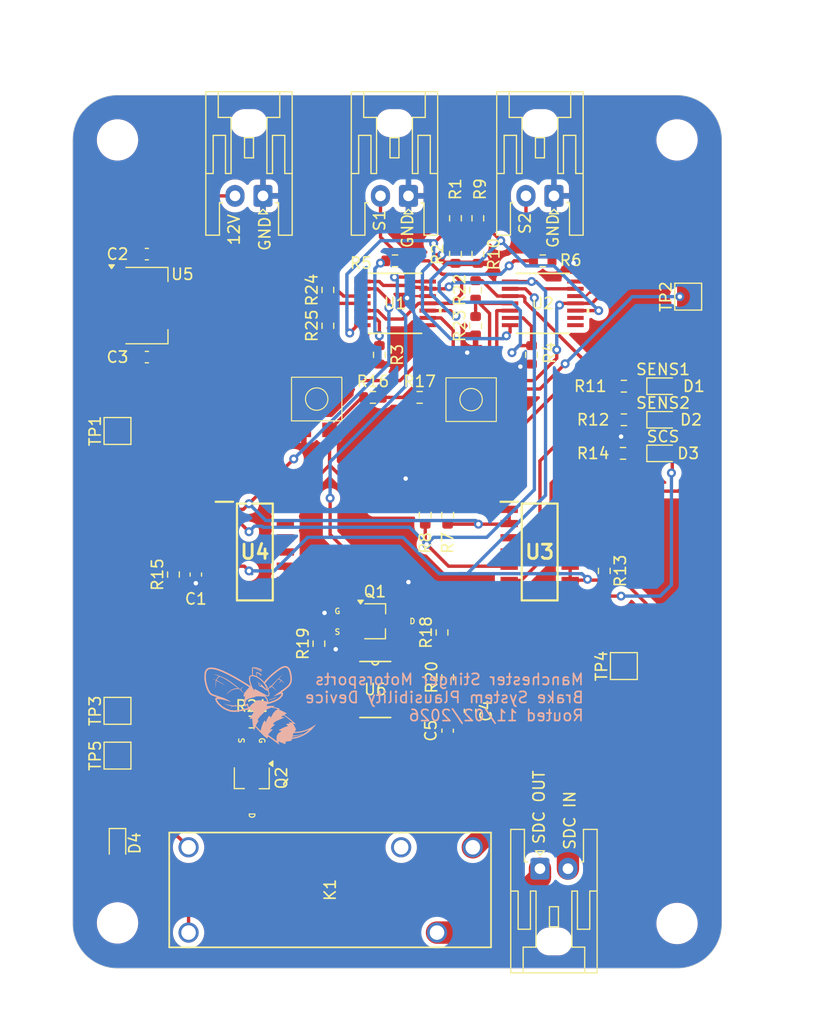
<source format=kicad_pcb>
(kicad_pcb (version 20241229) (generator "pcbnew") (generator_version "9.0")
  (layers (0 "F.Cu" signal) (2 "B.Cu" signal) (13 "F.Paste" user) (15 "B.Paste" user) (5 "F.SilkS" user "F.Silkscreen") (7 "B.SilkS" user "B.Silkscreen") (1 "F.Mask" user) (3 "B.Mask" user) (25 "Edge.Cuts" user))
  (net 0 "")
  (net 1 "GND")
  (net 2 "Net-(U1D--)")
  (net 3 "+12V")
  (net 4 "+5V")
  (net 5 "Net-(Q1-D)")
  (net 6 "Net-(U6-CV)")
  (net 7 "Net-(D1-K)")
  (net 8 "Net-(D2-K)")
  (net 9 "Net-(D3-A)")
  (net 10 "Net-(D3-K)")
  (net 11 "Net-(D4-A)")
  (net 12 "SENS_1")
  (net 13 "SENS_2")
  (net 14 "RELAY_IN")
  (net 15 "RELAY_OUT")
  (net 16 "Net-(Q1-S)")
  (net 17 "Net-(Q1-G)")
  (net 18 "Net-(Q2-G)")
  (net 19 "2.27V_REF")
  (net 20 "Net-(U1B--)")
  (net 21 "Net-(U2B--)")
  (net 22 "Net-(R7-Pad2)")
  (net 23 "Net-(R8-Pad2)")
  (net 24 "0.45V_REF")
  (net 25 "Net-(R11-Pad1)")
  (net 26 "Net-(R12-Pad1)")
  (net 27 "Net-(R13-Pad2)")
  (net 28 "Net-(R15-Pad1)")
  (net 29 "Net-(U1D-+)")
  (net 30 "Net-(R21-Pad1)")
  (net 31 "Net-(U2A--)")
  (net 32 "Net-(U1A--)")
  (net 33 "Net-(U4-Pad3)")
  (net 34 "Net-(U6-Q)")
  (footprint "Resistor_SMD:R_0603_1608Metric" (layer "F.Cu") (at 127 67.4 90)
    (property "Reference" "R22")
    (property "Value" "DNF")
  )
  (footprint "TestPoint:TestPoint_Pad_2.0x2.0mm" (layer "F.Cu") (at 146 68 90)
    (property "Reference" "TP2")
    (property "Value" "Threshold_2_TP")
  )
  (footprint "CustomFootprints:D8" (layer "F.Cu") (at 118.0362 103.095)
    (property "Reference" "U6")
    (property "Value" "SE555DR")
  )
  (footprint "LED_SMD:LED_0603_1608Metric" (layer "F.Cu") (at 143.7875 76)
    (property "Reference" "D1" (hide yes))
    (property "Value" "LED")
  )
  (footprint "LED_SMD:LED_0603_1608Metric" (layer "F.Cu") (at 143.7875 79)
    (property "Reference" "D2" (hide yes))
    (property "Value" "LED")
  )
  (footprint "TestPoint:TestPoint_Pad_2.0x2.0mm" (layer "F.Cu") (at 95 109 90)
    (property "Reference" "TP5")
    (property "Value" "Relay_Signal_TP")
  )
  (footprint "Resistor_SMD:R_0603_1608Metric" (layer "F.Cu") (at 107 106)
    (property "Reference" "R21")
    (property "Value" "4k7")
  )
  (footprint "CustomFootprints:jamesp-F.Cu" (layer "F.Cu") (at 132.75 104.75)
    (property "Reference" "REF**" (hide yes))
    (property "Value" "jamesp-F.Cu")
  )
  (footprint "Custom_MSM:MOSFET_Single_SOT-23" (layer "F.Cu") (at 118 97)
    (property "Reference" "Q1")
    (property "Value" "BSS205N")
  )
  (footprint "Diode_SMD:D_0603_1608Metric" (layer "F.Cu") (at 95 117 -90)
    (property "Reference" "D4")
    (property "Value" "1N4148")
  )
  (footprint "Resistor_SMD:R_0603_1608Metric" (layer "F.Cu") (at 133 64.8)
    (property "Reference" "R6")
    (property "Value" "100k")
  )
  (footprint "Connector_JST:JST_XA_S02B-XASK-1_1x02_P2.50mm_Horizontal" (layer "F.Cu") (at 132.75 119.1)
    (property "Reference" "J4" (hide yes))
    (property "Value" "Relay Output")
  )
  (footprint "CustomFootprints:RELAY_G6RN-1_OMR" (layer "F.Cu") (at 126.649997 117.19 90)
    (property "Reference" "K1")
    (property "Value" "Relay_SPST-NO")
  )
  (footprint "Custom_MSM:Regulator_Linear_SOT-223-4" (layer "F.Cu") (at 97.6 68.8)
    (property "Reference" "U5")
    (property "Value" "BD450")
  )
  (footprint "Custom_MSM:Bourns_3314G-1" (layer "F.Cu") (at 126.6 74.45 180)
    (property "Reference" "RV2" (hide yes))
    (property "Value" "Sensor 2 Trimmer")
  )
  (footprint "Resistor_SMD:R_0603_1608Metric" (layer "F.Cu") (at 113.8 70.6 90)
    (property "Reference" "R25")
    (property "Value" "DNF")
  )
  (footprint "Resistor_SMD:R_0603_1608Metric" (layer "F.Cu") (at 124 98 90)
    (property "Reference" "R18")
    (property "Value" "10k")
  )
  (footprint "Connector_JST:JST_XA_S02B-XASK-1_1x02_P2.50mm_Horizontal" (layer "F.Cu") (at 108 59 180)
    (property "Reference" "J1" (hide yes))
    (property "Value" "12V Supply")
  )
  (footprint "Connector_JST:JST_XA_S02B-XASK-1_1x02_P2.50mm_Horizontal" (layer "F.Cu") (at 134 59 180)
    (property "Reference" "J3" (hide yes))
    (property "Value" "Sensors")
  )
  (footprint "Resistor_SMD:R_0603_1608Metric" (layer "F.Cu") (at 127.2 64.2 -90)
    (property "Reference" "R10")
    (property "Value" "10k")
  )
  (footprint "Resistor_SMD:R_0603_1608Metric" (layer "F.Cu") (at 118.4 73.2 90)
    (property "Reference" "R3")
    (property "Value" "100k")
  )
  (footprint "Resistor_SMD:R_0603_1608Metric" (layer "F.Cu") (at 122 77)
    (property "Reference" "R17")
    (property "Value" "100k")
  )
  (footprint "Resistor_SMD:R_0603_1608Metric" (layer "F.Cu") (at 140.25 76)
    (property "Reference" "R11")
    (property "Value" "4k7")
  )
  (footprint "Capacitor_SMD:C_0603_1608Metric" (layer "F.Cu") (at 97.625 73.4)
    (property "Reference" "C3")
    (property "Value" "10u")
  )
  (footprint "Resistor_SMD:R_0603_1608Metric" (layer "F.Cu") (at 119.8 64.8)
    (property "Reference" "R5")
    (property "Value" "100k")
  )
  (footprint "TestPoint:TestPoint_Pad_2.0x2.0mm" (layer "F.Cu") (at 95 80 90)
    (property "Reference" "TP1")
    (property "Value" "Threshold_1_TP")
  )
  (footprint "Resistor_SMD:R_0603_1608Metric" (layer "F.Cu") (at 127 70.6 90)
    (property "Reference" "R23")
    (property "Value" "DNF")
  )
  (footprint "Resistor_SMD:R_0603_1608Metric" (layer "F.Cu") (at 124.5 87.5 -90)
    (property "Reference" "R7")
    (property "Value" "10k")
  )
  (footprint "Capacitor_SMD:C_0603_1608Metric" (layer "F.Cu") (at 126.5 105 -90)
    (property "Reference" "C4")
    (property "Value" "10u")
  )
  (footprint "Resistor_SMD:R_0603_1608Metric" (layer "F.Cu") (at 132 73.2 90)
    (property "Reference" "R4")
    (property "Value" "100k")
  )
  (footprint "Capacitor_SMD:C_0603_1608Metric" (layer "F.Cu") (at 97.625 64.2)
    (property "Reference" "C2")
    (property "Value" "0.22u")
  )
  (footprint "Resistor_SMD:R_0603_1608Metric" (layer "F.Cu") (at 113 99 90)
    (property "Reference" "R19")
    (property "Value" "1k")
  )
  (footprint "Resistor_SMD:R_0603_1608Metric" (layer "F.Cu") (at 125.2 61 -90)
    (property "Reference" "R1")
    (property "Value" "47k")
  )
  (footprint "Capacitor_SMD:C_0603_1608Metric" (layer "F.Cu") (at 124.5 106.775 -90)
    (property "Reference" "C5")
    (property "Value" "100n")
  )
  (footprint "CustomFootprints:PW14_TEX" (layer "F.Cu") (at 133 68.6)
    (property "Reference" "U2")
    (property "Value" "TLV1704")
  )
  (footprint "Resistor_SMD:R_0603_1608Metric" (layer "F.Cu") (at 140.175 82)
    (property "Reference" "R14")
    (property "Value" "4k7")
  )
  (footprint "Resistor_SMD:R_0603_1608Metric" (layer "F.Cu") (at 127.2 61 -90)
    (property "Reference" "R9")
    (property "Value" "100k")
  )
  (footprint "Custom_MSM:Bourns_3314G-1" (layer "F.Cu") (at 112.8 74.4 180)
    (property "Reference" "RV1" (hide yes))
    (property "Value" "Sensor 1 Trimmer")
  )
  (footprint "TestPoint:TestPoint_Pad_2.0x2.0mm" (layer "F.Cu") (at 140.25 101 90)
    (property "Reference" "TP4")
    (property "Value" "500ms_Out_TP")
  )
  (footprint "Connector_JST:JST_XA_S02B-XASK-1_1x02_P2.50mm_Horizontal" (layer "F.Cu") (at 121 59 180)
    (property "Reference" "J2" (hide yes))
    (property "Value" "Sensors")
  )
  (footprint "Resistor_SMD:R_0603_1608Metric" (layer "F.Cu") (at 113.8 67.4 90)
    (property "Reference" "R24")
    (property "Value" "DNF")
  )
  (footprint "Custom_MSM:Board_Small_Outer-Mounting" (layer "F.Cu") (at 120 89 90)
    (property "Reference" "REF**" (hide yes))
    (property "Value" "Board_Small_Outer-Mounting" (hide yes))
    (fp_line (start -35 -29) (end 35 -29) (stroke (width 0.05)) (layer "Edge.Cuts"))
    (fp_line (start 39 -25) (end 39 25) (stroke (width 0.05)) (layer "Edge.Cuts"))
    (fp_line (start -39 25) (end -39 -25) (stroke (width 0.05)) (layer "Edge.Cuts"))
    (fp_line (start 35 29) (end -35 29) (stroke (width 0.05)) (layer "Edge.Cuts"))
    (fp_arc (start 35 -29) (mid 37.828427 -27.828427) (end 39 -25) (stroke (width 0.05)) (layer "Edge.Cuts"))
    (fp_arc (start -39 -25) (mid -37.828427 -27.828427) (end -35 -29) (stroke (width 0.05)) (layer "Edge.Cuts"))
    (fp_arc (start 39 25) (mid 37.828427 27.828427) (end 35 29) (stroke (width 0.05)) (layer "Edge.Cuts"))
    (fp_arc (start -35 29) (mid -37.828427 27.828427) (end -39 25) (stroke (width 0.05)) (layer "Edge.Cuts"))
  )
  (footprint "Resistor_SMD:R_0603_1608Metric" (layer "F.Cu") (at 138.5 92.5 -90)
    (property "Reference" "R13")
    (property "Value" "10k")
  )
  (footprint "Resistor_SMD:R_0603_1608Metric" (layer "F.Cu") (at 125.2 64.2 -90)
    (property "Reference" "R2")
    (property "Value" "39k")
  )
  (footprint "LED_SMD:LED_0603_1608Metric" (layer "F.Cu") (at 143.7875 82)
    (property "Reference" "D3" (hide yes))
    (property "Value" "LED")
  )
  (footprint "Resistor_SMD:R_0603_1608Metric" (layer "F.Cu") (at 140.25 79)
    (property "Reference" "R12")
    (property "Value" "4k7")
  )
  (footprint "CustomFootprints:PW14_TEX" (layer "F.Cu") (at 119.8 68.6)
    (property "Reference" "U1")
    (property "Value" "TLV1704")
  )
  (footprint "Capacitor_SMD:C_0603_1608Metric" (layer "F.Cu") (at 102 92.825 -90)
    (property "Reference" "C1")
    (property "Value" "1u")
  )
  (footprint "Resistor_SMD:R_0603_1608Metric" (layer "F.Cu") (at 117.825 77)
    (property "Reference" "R16")
    (property "Value" "43k")
  )
  (footprint "customFootprints:SOIC127P600X175-14N" (layer "F.Cu") (at 132.725 90.81)
    (property "Reference" "U3")
    (property "Value" "CD4093BM96" (hide yes))
  )
  (footprint "Resistor_SMD:R_0603_1608Metric" (layer "F.Cu") (at 122.5 87.5 -90)
    (property "Reference" "R8")
    (property "Value" "10k")
  )
  (footprint "Resistor_SMD:R_0603_1608Metric" (layer "F.Cu") (at 124.5 102 90)
    (property "Reference" "R20")
    (property "Value" "1M")
  )
  (footprint "customFootprints:SOIC127P600X175-14N" (layer "F.Cu") (at 107.275 90.81)
    (property "Reference" "U4")
    (property "Value" "CD4093BM96" (hide yes))
  )
  (footprint "TestPoint:TestPoint_Pad_2.0x2.0mm" (layer "F.Cu") (at 95 105 90)
    (property "Reference" "TP3")
    (property "Value" "Logic_Output_TP")
  )
  (footprint "Custom_MSM:MOSFET_Single_SOT-23" (layer "F.Cu") (at 107 111 -90)
    (property "Reference" "Q2")
    (property "Value" "BSS205N")
  )
  (footprint "Resistor_SMD:R_0603_1608Metric" (layer "F.Cu") (at 100 92.825 90)
    (property "Reference" "R15")
    (property "Value" "430k")
  )
  (footprint "Custom_MSM:Decorative_Stinger" (layer "B.Cu") (at 107.75 104.5 180)
    (property "Reference" "G***" (hide yes))
    (property "Value" "LOGO" (hide yes))
  )
  (gr_text "GND" (at 121.5 63.75 90) (layer "F.SilkS") (effects (font (size 1 1)) (justify left bottom)))
  (gr_text "SENS1" (at 143.75 74.5 0) (layer "F.SilkS") (effects (font (size 1 1))))
  (gr_text "D3" (at 146 82 0) (layer "F.SilkS") (effects (font (size 1 1))))
  (gr_text "S1" (at 119 62.25 90) (layer "F.SilkS") (effects (font (size 1 1)) (justify left bottom)))
  (gr_text "SENS2" (at 143.75 77.5 0) (layer "F.SilkS") (effects (font (size 1 1))))
  (gr_text "D1" (at 146.5 76 0) (layer "F.SilkS") (effects (font (size 1 1))))
  (gr_text "GND" (at 134.5 63.75 90) (layer "F.SilkS") (effects (font (size 1 1)) (justify left bottom)))
  (gr_text "D2" (at 146.25 79 0) (layer "F.SilkS") (effects (font (size 1 1))))
  (gr_text "GND" (at 108.75 64 90) (layer "F.SilkS") (effects (font (size 1 1)) (justify left bottom)))
  (gr_text "S2" (at 132 62.51 90) (layer "F.SilkS") (effects (font (size 1 1)) (justify left bottom)))
  (gr_text "SCS" (at 143.75 80.5 0) (layer "F.SilkS") (effects (font (size 1 1))))
  (gr_text "SDC OUT" (at 133.25 117 90) (layer "F.SilkS") (effects (font (size 1 1)) (justify left bottom)))
  (gr_text "SDC IN" (at 136 117.5 90) (layer "F.SilkS") (effects (font (size 1 1)) (justify left bottom)))
  (gr_text "12V" (at 106 63.5 90) (layer "F.SilkS") (effects (font (size 1 1)) (justify left bottom)))
  (gr_text "Manchester Stinger Motorsports \nBrake System Plausibility Device\nRouted 11/02/2026" (at 136.75 106 0) (layer "B.SilkS") (effects (font (size 1 1)) (justify left bottom mirror)))
  (segment (start 137.5 67) (end 137.5 66.75) (width 0.2) (layer "F.Cu") (net 1))
  (segment (start 137.5 66.75) (end 135.75 65) (width 0.2) (layer "F.Cu") (net 1))
  (segment (start 120.875 68.125) (end 120.75 68.25) (width 0.2) (layer "F.Cu") (net 1))
  (segment (start 135.921 67.950001) (end 136.8576 67.950001) (width 0.2) (layer "F.Cu") (net 1))
  (segment (start 122.721 67.950001) (end 121.049999 67.950001) (width 0.2) (layer "F.Cu") (net 1))
  (segment (start 137.5 67.307601) (end 137.5 67) (width 0.2) (layer "F.Cu") (net 1))
  (segment (start 136.8576 67.950001) (end 137.5 67.307601) (width 0.2) (layer "F.Cu") (net 1))
  (segment (start 121.049999 67.950001) (end 120.875 68.125) (width 0.2) (layer "F.Cu") (net 1))
  (via (at 131 74.25) (size 0.8) (drill 0.4) (layers "F.Cu" "B.Cu") (net 1))
  (via (at 121 93.5) (size 0.8) (drill 0.4) (layers "F.Cu" "B.Cu") (net 1))
  (via (at 124 64.25) (size 0.8) (drill 0.4) (layers "F.Cu" "B.Cu") (net 1))
  (via (at 120.875 68.125) (size 0.8) (drill 0.4) (layers "F.Cu" "B.Cu") (net 1))
  (via (at 102 93.6) (size 0.8) (drill 0.4) (layers "F.Cu" "B.Cu") (net 1))
  (via (at 140 80.5) (size 0.8) (drill 0.4) (layers "F.Cu" "B.Cu") (net 1))
  (via (at 126.25 73) (size 0.8) (drill 0.4) (layers "F.Cu" "B.Cu") (net 1))
  (via (at 135.75 65) (size 0.8) (drill 0.4) (layers "F.Cu" "B.Cu") (net 1))
  (via (at 114.5 99.5) (size 0.8) (drill 0.4) (layers "F.Cu" "B.Cu") (net 1))
  (via (at 120.75 84.25) (size 0.8) (drill 0.4) (layers "F.Cu" "B.Cu") (net 1))
  (via (at 113.5 96.25) (size 0.8) (drill 0.4) (layers "F.Cu" "B.Cu") (net 1))
  (segment (start 102 92.05) (end 100.05 92.05) (width 0.3) (layer "F.Cu") (net 2))
  (segment (start 120.25 75.5) (end 122.721 73.029) (width 0.3) (layer "F.Cu") (net 2))
  (segment (start 100 88.75) (end 111.75 77) (width 0.3) (layer "F.Cu") (net 2))
  (segment (start 114 77) (end 115.5 75.5) (width 0.3) (layer "F.Cu") (net 2))
  (segment (start 122.721 73.029) (end 122.721 70.550001) (width 0.3) (layer "F.Cu") (net 2))
  (segment (start 111.75 77) (end 114 77) (width 0.3) (layer "F.Cu") (net 2))
  (segment (start 115.5 75.5) (end 120.25 75.5) (width 0.3) (layer "F.Cu") (net 2))
  (segment (start 100 92) (end 100 88.75) (width 0.3) (layer "F.Cu") (net 2))
  (segment (start 100.05 92.05) (end 100 92) (width 0.3) (layer "F.Cu") (net 2))
  (segment (start 94.45 63.8) (end 94.45 66.5) (width 0.3) (layer "F.Cu") (net 3))
  (segment (start 94.45 66.5) (end 94.45 68.8) (width 0.3) (layer "F.Cu") (net 3))
  (segment (start 94.2125 116.2125) (end 92 114) (width 0.3) (layer "F.Cu") (net 3))
  (segment (start 100.372503 116.2125) (end 101.350003 117.19) (width 0.3) (layer "F.Cu") (net 3))
  (segment (start 92 114) (end 92 71.25) (width 0.3) (layer "F.Cu") (net 3))
  (segment (start 105.5 59) (end 99.25 59) (width 0.3) (layer "F.Cu") (net 3))
  (segment (start 96.75 64.2) (end 94.45 66.5) (width 0.3) (layer "F.Cu") (net 3))
  (segment (start 96.85 64.2) (end 96.75 64.2) (width 0.3) (layer "F.Cu") (net 3))
  (segment (start 92 71.25) (end 94.45 68.8) (width 0.3) (layer "F.Cu") (net 3))
  (segment (start 95 116.2125) (end 100.372503 116.2125) (width 0.3) (layer "F.Cu") (net 3))
  (segment (start 95 116.2125) (end 94.2125 116.2125) (width 0.3) (layer "F.Cu") (net 3))
  (segment (start 99.25 59) (end 94.45 63.8) (width 0.3) (layer "F.Cu") (net 3))
  (segment (start 131.399 68.455991) (end 131.399 68.1036) (width 0.3) (layer "F.Cu") (net 4))
  (segment (start 116.879 67.950001) (end 115.200001 67.950001) (width 0.3) (layer "F.Cu") (net 4))
  (segment (start 138.5 88.975) (end 136.525 87) (width 0.3) (layer "F.Cu") (net 4))
  (segment (start 115.200001 67.950001) (end 115 67.75) (width 0.3) (layer "F.Cu") (net 4))
  (segment (start 130.079 67.950001) (end 128.950001 67.950001) (width 0.3) (layer "F.Cu") (net 4))
  (segment (start 118 103.75) (end 118 102.5) (width 0.3) (layer "F.Cu") (net 4))
  (segment (start 122.175 87) (end 122.5 86.675) (width 0.3) (layer "F.Cu") (net 4))
  (segment (start 132.5 69.5) (end 132.443009 69.5) (width 0.3) (layer "F.Cu") (net 4))
  (segment (start 119.31 101.19) (end 120.5 101.19) (width 0.3) (layer "F.Cu") (net 4))
  (segment (start 124.25 57) (end 116.75 57) (width 0.3) (layer "F.Cu") (net 4))
  (segment (start 96.85 73.85) (end 97.75 74.75) (width 0.3) (layer "F.Cu") (net 4))
  (segment (start 137 74) (end 132.5 69.5) (width 0.3) (layer "F.Cu") (net 4))
  (segment (start 119 109.25) (end 136 109.25) (width 0.3) (layer "F.Cu") (net 4))
  (segment (start 138.5 91.675) (end 138.5 88.975) (width 0.3) (layer "F.Cu") (net 4))
  (segment (start 112.425 66.575) (end 113.8 66.575) (width 0.3) (layer "F.Cu") (net 4))
  (segment (start 145.125 85.375) (end 146.25 84.25) (width 0.3) (layer "F.Cu") (net 4))
  (segment (start 146.25 80.675) (end 144.575 79) (width 0.3) (layer "F.Cu") (net 4))
  (segment (start 113.95 79.9) (end 113.95 83.05) (width 0.3) (layer "F.Cu") (net 4))
  (segment (start 113.95 83.05) (end 117.9 87) (width 0.3) (layer "F.Cu") (net 4))
  (segment (start 144.575 73.425) (end 144.575 76) (width 0.3) (layer "F.Cu") (net 4))
  (segment (start 148 66.25) (end 148 70) (width 0.3) (layer "F.Cu") (net 4))
  (segment (start 96.85 73.4) (end 96.85 73.85) (width 0.3) (layer "F.Cu") (net 4))
  (segment (start 124.5 99.325) (end 124 98.825) (width 0.3) (layer "F.Cu") (net 4))
  (segment (start 143 96.175) (end 138.5 91.675) (width 0.3) (layer "F.Cu") (net 4))
  (segment (start 130.8 79.95) (end 127.75 79.95) (width 0.3) (layer "F.Cu") (net 4))
  (segment (start 97.75 74.75) (end 104.25 74.75) (width 0.3) (layer "F.Cu") (net 4))
  (segment (start 96.85 73.4) (end 96.75 73.4) (width 0.3) (layer "F.Cu") (net 4))
  (segment (start 143 102.25) (end 143 96.175) (width 0.3) (layer "F.Cu") (net 4))
  (segment (start 131.399 68.1036) (end 131.245401 67.950001) (width 0.3) (layer "F.Cu") (net 4))
  (segment (start 137 74.25) (end 136.5 74.25) (width 0.3) (layer "F.Cu") (net 4))
  (segment (start 136.525 87) (end 135.45 87) (width 0.3) (layer "F.Cu") (net 4))
  (segment (start 116.75 57) (end 113.8 59.95) (width 0.3) (layer "F.Cu") (net 4))
  (segment (start 144.575 75.575) (end 143.25 74.25) (width 0.3) (layer "F.Cu") (net 4))
  (segment (start 127.2 60.05) (end 130.25 57) (width 0.3) (layer "F.Cu") (net 4))
  (segment (start 131.245401 67.950001) (end 130.079 67.950001) (width 0.3) (layer "F.Cu") (net 4))
  (segment (start 137 74.25) (end 137 74) (width 0.3) (layer "F.Cu") (net 4))
  (segment (start 124.5 101.175) (end 120.515 101.175) (width 0.3) (layer "F.Cu") (net 4))
  (segment (start 128.950001 67.950001) (end 127.575 66.575) (width 0.3) (layer "F.Cu") (net 4))
  (segment (start 148 70) (end 144.575 73.425) (width 0.3) (layer "F.Cu") (net 4))
  (segment (start 132.443009 69.5) (end 131.399 68.455991) (width 0.3) (layer "F.Cu") (net 4))
  (segment (start 114.975 67.75) (end 113.8 66.575) (width 0.3) (layer "F.Cu") (net 4))
  (segment (start 104.25 74.75) (end 112.425 66.575) (width 0.3) (layer "F.Cu") (net 4))
  (segment (start 113.8 59.95) (end 113.8 66.575) (width 0.3) (layer "F.Cu") (net 4))
  (segment (start 146.25 84.25) (end 146.25 80.675) (width 0.3) (layer "F.Cu") (net 4))
  (segment (start 117.9 87) (end 122.175 87) (width 0.3) (layer "F.Cu") (net 4))
  (segment (start 127.75 84.5) (end 125.575 86.675) (width 0.3) (layer "F.Cu") (net 4))
  (segment (start 120.515 101.175) (end 120.5 101.19) (width 0.3) (layer "F.Cu") (net 4))
  (segment (start 124.5 101.175) (end 124.5 99.325) (width 0.3) (layer "F.Cu") (net 4))
  (segment (start 96.75 73.4) (end 94.45 71.1) (width 0.3) (layer "F.Cu") (net 4))
  (segment (start 113.95 79.9) (end 116.85 77) (width 0.3) (layer "F.Cu") (net 4))
  (segment (start 127.575 66.575) (end 127 66.575) (width 0.3) (layer "F.Cu") (net 4))
  (segment (start 115.5724 105) (end 115.5724 105.8224) (width 0.3) (layer "F.Cu") (net 4))
  (segment (start 127.2 59.95) (end 124.25 57) (width 0.3) (layer "F.Cu") (net 4))
  (segment (start 115.5724 105) (end 116.75 105) (width 0.3) (layer "F.Cu") (net 4))
  (segment (start 125.575 86.675) (end 122.5 86.675) (width 0.3) (layer "F.Cu") (net 4))
  (segment (start 135.45 87) (end 141.75 87) (width 0.3) (layer "F.Cu") (net 4))
  (segment (start 127.2 60.175) (end 127.2 59.95) (width 0.3) (layer "F.Cu") (net 4))
  (segment (start 125.2 60.175) (end 127.2 60.175) (width 0.3) (layer "F.Cu") (net 4))
  (segment (start 116.75 105) (end 118 103.75) (width 0.3) (layer "F.Cu") (net 4))
  (segment (start 138.75 57) (end 148 66.25) (width 0.3) (layer "F.Cu") (net 4))
  (segment (start 143.375 85.375) (end 145.125 85.375) (width 0.3) (layer "F.Cu") (net 4))
  (segment (start 127.2 60.175) (end 127.2 60.05) (width 0.3) (layer "F.Cu") (net 4))
  (segment (start 144.575 76) (end 144.575 79) (width 0.3) (layer "F.Cu") (net 4))
  (segment (start 113.95 83.05) (end 110 87) (width 0.3) (layer "F.Cu") (net 4))
  (segment (start 144.575 76) (end 144.575 75.575) (width 0.3) (layer "F.Cu") (net 4))
  (segment (start 143.25 74.25) (end 137 74.25) (width 0.3) (layer "F.Cu") (net 4))
  (segment (start 141.75 87) (end 143.375 85.375) (width 0.3) (layer "F.Cu") (net 4))
  (segment (start 136.5 74.25) (end 130.8 79.95) (width 0.3) (layer "F.Cu") (net 4))
  (segment (start 116.85 77) (end 117 77) (width 0.3) (layer "F.Cu") (net 4))
  (segment (start 136 109.25) (end 143 102.25) (width 0.3) (layer "F.Cu") (net 4))
  (segment (start 118 102.5) (end 119.31 101.19) (width 0.3) (layer "F.Cu") (net 4))
  (segment (start 115.5724 105.8224) (end 119 109.25) (width 0.3) (layer "F.Cu") (net 4))
  (segment (start 115 67.75) (end 114.975 67.75) (width 0.3) (layer "F.Cu") (net 4))
  (segment (start 130.25 57) (end 138.75 57) (width 0.3) (layer "F.Cu") (net 4))
  (segment (start 127.75 79.95) (end 127.75 84.5) (width 0.3) (layer "F.Cu") (net 4))
  (segment (start 120.75 97) (end 122 95.75) (width 0.3) (layer "F.Cu") (net 5))
  (segment (start 122 95.75) (end 125.5 95.75) (width 0.3) (layer "F.Cu") (net 5))
  (segment (start 126.5 104.225) (end 125.9 104.225) (width 0.3) (layer "F.Cu") (net 5))
  (segment (start 125.5 95.75) (end 126.5 96.75) (width 0.3) (layer "F.Cu") (net 5))
  (segment (start 120.5 103.73) (end 120.5 102.46) (width 0.3) (layer "F.Cu") (net 5))
  (segment (start 125.9 104.225) (end 124.5 102.825) (width 0.3) (layer "F.Cu") (net 5))
  (segment (start 119.71 97) (end 120.75 97) (width 0.3) (layer "F.Cu") (net 5))
  (segment (start 124.135 102.46) (end 124.5 102.825) (width 0.3) (layer "F.Cu") (net 5))
  (segment (start 120.5 102.46) (end 124.135 102.46) (width 0.3) (layer "F.Cu") (net 5))
  (segment (start 126.5 96.75) (end 126.5 104.225) (width 0.3) (layer "F.Cu") (net 5))
  (segment (start 124.5 106) (end 121.5 106) (width 0.3) (layer "F.Cu") (net 6))
  (segment (start 121.5 106) (end 120.5 105) (width 0.3) (layer "F.Cu") (net 6))
  (segment (start 141.075 76) (end 143 76) (width 0.3) (layer "F.Cu") (net 7))
  (segment (start 141.075 79) (end 143 79) (width 0.3) (layer "F.Cu") (net 8))
  (segment (start 135.58 94.75) (end 135.45 94.62) (width 0.3) (layer "F.Cu") (net 9))
  (segment (start 144.575 82) (end 144.575 83.675) (width 0.3) (layer "F.Cu") (net 9))
  (segment (start 140 94.75) (end 135.58 94.75) (width 0.3) (layer "F.Cu") (net 9))
  (segment (start 144.575 83.675) (end 144.5 83.75) (width 0.3) (layer "F.Cu") (net 9))
  (via (at 140 94.75) (size 0.8) (drill 0.4) (layers "F.Cu" "B.Cu") (net 9))
  (via (at 144.5 83.75) (size 0.8) (drill 0.4) (layers "F.Cu" "B.Cu") (net 9))
  (segment (start 144.5 83.75) (end 144.5 93.75) (width 0.3) (layer "B.Cu") (net 9))
  (segment (start 144.5 93.75) (end 143.5 94.75) (width 0.3) (layer "B.Cu") (net 9))
  (segment (start 143.5 94.75) (end 140 94.75) (width 0.3) (layer "B.Cu") (net 9))
  (segment (start 141 82) (end 143 82) (width 0.3) (layer "F.Cu") (net 10))
  (segment (start 96.7875 117.7875) (end 95 117.7875) (width 0.3) (layer "F.Cu") (net 11))
  (segment (start 101.350003 122.350003) (end 96.7875 117.7875) (width 0.3) (layer "F.Cu") (net 11))
  (segment (start 107 116.700006) (end 101.350003 122.350003) (width 0.3) (layer "F.Cu") (net 11))
  (segment (start 107 112.71) (end 107 116.700006) (width 0.3) (layer "F.Cu") (net 11))
  (segment (start 101.350003 124.81) (end 101.350003 122.350003) (width 0.3) (layer "F.Cu") (net 11))
  (segment (start 124.9 68.6) (end 125.75 67.75) (width 0.3) (layer "F.Cu") (net 12))
  (segment (start 118.249999 69.249999) (end 119 70) (width 0.3) (layer "F.Cu") (net 12))
  (segment (start 121.9 68.6) (end 122.721 68.6) (width 0.3) (layer "F.Cu") (net 12))
  (segment (start 122.8 64.8) (end 120.625 64.8) (width 0.3) (layer "F.Cu") (net 12))
  (segment (start 119 70) (end 120.5 70) (width 0.3) (layer "F.Cu") (net 12))
  (segment (start 120.5 70) (end 121.9 68.6) (width 0.3) (layer "F.Cu") (net 12))
  (segment (start 118.5 59) (end 118.5 62.675) (width 0.3) (layer "F.Cu") (net 12))
  (segment (start 124 66) (end 122.8 64.8) (width 0.3) (layer "F.Cu") (net 12))
  (segment (start 122.721 68.6) (end 124.9 68.6) (width 0.3) (layer "F.Cu") (net 12))
  (segment (start 125.75 67.75) (end 125.75 66.75) (width 0.3) (layer "F.Cu") (net 12))
  (segment (start 125.75 66.75) (end 125 66) (width 0.3) (layer "F.Cu") (net 12))
  (segment (start 116.879 69.249999) (end 118.249999 69.249999) (width 0.3) (layer "F.Cu") (net 12))
  (segment (start 118.5 62.675) (end 120.625 64.8) (width 0.3) (layer "F.Cu") (net 12))
  (segment (start 125 66) (end 124 66) (width 0.3) (layer "F.Cu") (net 12))
  (segment (start 128.912601 69.249999) (end 128.8914 69.2712) (width 0.3) (layer "F.Cu") (net 13))
  (segment (start 137.4 68.6) (end 135.921 68.6) (width 0.3) (layer "F.Cu") (net 13))
  (segment (start 128.8914 69.2712) (end 128.8914 73.6414) (width 0.3) (layer "F.Cu") (net 13))
  (segment (start 131.5 61) (end 133.825 63.325) (width 0.3) (layer "F.Cu") (net 13))
  (segment (start 133.25 74.5) (end 134.25 73.5) (width 0.3) (layer "F.Cu") (net 13))
  (segment (start 133.825 63.325) (end 135.575 63.325) (width 0.3) (layer "F.Cu") (net 13))
  (segment (start 135.575 63.325) (end 138.25 66) (width 0.3) (layer "F.Cu") (net 13))
  (segment (start 130.079 69.249999) (end 128.912601 69.249999) (width 0.3) (layer "F.Cu") (net 13))
  (segment (start 131.5 59) (end 131.5 61) (width 0.3) (layer "F.Cu") (net 13))
  (segment (start 132.25 75.5) (end 133.25 74.5) (width 0.3) (layer "F.Cu") (net 13))
  (segment (start 134.65 68.6) (end 134.5 68.75) (width 0.3) (layer "F.Cu") (net 13))
  (segment (start 135.921 68.6) (end 134.65 68.6) (width 0.3) (layer "F.Cu") (net 13))
  (segment (start 128.8914 73.6414) (end 130.75 75.5) (width 0.3) (layer "F.Cu") (net 13))
  (segment (start 138.25 66) (end 138.25 67.75) (width 0.3) (layer "F.Cu") (net 13))
  (segment (start 138.25 67.75) (end 137.4 68.6) (width 0.3) (layer "F.Cu") (net 13))
  (segment (start 130.75 75.5) (end 132.25 75.5) (width 0.3) (layer "F.Cu") (net 13))
  (segment (start 134.25 73.5) (end 134.25 72.75) (width 0.3) (layer "F.Cu") (net 13))
  (segment (start 133.825 63.325) (end 133.825 64.8) (width 0.3) (layer "F.Cu") (net 13))
  (via (at 134.25 72.75) (size 0.8) (drill 0.4) (layers "F.Cu" "B.Cu") (net 13))
  (via (at 134.5 68.75) (size 0.8) (drill 0.4) (layers "F.Cu" "B.Cu") (net 13))
  (segment (start 134.25 69) (end 134.5 68.75) (width 0.3) (layer "B.Cu") (net 13))
  (segment (start 134.25 72.75) (end 134.25 69) (width 0.3) (layer "B.Cu") (net 13))
  (segment (start 135.25 116.25) (end 135.25 119.1) (width 2) (layer "F.Cu") (net 14))
  (segment (start 126.750005 117.19) (end 129.940005 114) (width 2) (layer "F.Cu") (net 14))
  (segment (start 133 114) (end 135.25 116.25) (width 2) (layer "F.Cu") (net 14))
  (segment (start 129.940005 114) (end 133 114) (width 2) (layer "F.Cu") (net 14))
  (segment (start 132.75 119.1) (end 132.75 119.87) (width 2) (layer "F.Cu") (net 15))
  (segment (start 132.75 119.87) (end 127.81 124.81) (width 2) (layer "F.Cu") (net 15))
  (segment (start 127.81 124.81) (end 123.550004 124.81) (width 2) (layer "F.Cu") (net 15))
  (segment (start 113.225 97.95) (end 113 98.175) (width 0.3) (layer "F.Cu") (net 16))
  (segment (start 116.29 97.95) (end 113.225 97.95) (width 0.3) (layer "F.Cu") (net 16))
  (segment (start 115.5 90.75) (end 114 89.25) (width 0.3) (layer "F.Cu") (net 17))
  (segment (start 132.25 101) (end 140.25 101) (width 0.3) (layer "F.Cu") (net 17))
  (segment (start 121.349999 66.650001) (end 122.721 66.650001) (width 0.3) (layer "F.Cu") (net 17))
  (segment (start 118.75 98.75) (end 118 98) (width 0.3) (layer "F.Cu") (net 17))
  (segment (start 126.25 95) (end 124.75 95) (width 0.3) (layer "F.Cu") (net 17))
  (segment (start 118 98) (end 118 96.75) (width 0.3) (layer "F.Cu") (net 17))
  (segment (start 114 89.25) (end 114 86) (width 0.3) (layer "F.Cu") (net 17))
  (segment (start 115.5724 102.46) (end 116.2836 102.46) (width 0.3) (layer "F.Cu") (net 17))
  (segment (start 124 97.175) (end 122.825 97.175) (width 0.3) (layer "F.Cu") (net 17))
  (segment (start 118 100.7436) (end 118 98) (width 0.3) (layer "F.Cu") (net 17))
  (segment (start 118 96.75) (end 117.3 96.05) (width 0.3) (layer "F.Cu") (net 17))
  (segment (start 117.3 96.05) (end 116.29 96.05) (width 0.3) (layer "F.Cu") (net 17))
  (segment (start 124.75 95) (end 119.75 95) (width 0.3) (layer "F.Cu") (net 17))
  (segment (start 132.25 101) (end 126.25 95) (width 0.3) (layer "F.Cu") (net 17))
  (segment (start 119.75 95) (end 115.5 90.75) (width 0.3) (layer "F.Cu") (net 17))
  (segment (start 122.825 97.175) (end 121.25 98.75) (width 0.3) (layer "F.Cu") (net 17))
  (segment (start 120.949998 66.25) (end 121.349999 66.650001) (width 0.3) (layer "F.Cu") (net 17))
  (segment (start 121.25 98.75) (end 118.75 98.75) (width 0.3) (layer "F.Cu") (net 17))
  (segment (start 119.75 66.25) (end 120.949998 66.25) (width 0.3) (layer "F.Cu") (net 17))
  (segment (start 124.75 95) (end 117.34 95) (width 0.3) (layer "F.Cu") (net 17))
  (segment (start 116.2836 102.46) (end 118 100.7436) (width 0.3) (layer "F.Cu") (net 17))
  (segment (start 117.34 95) (end 116.29 96.05) (width 0.3) (layer "F.Cu") (net 17))
  (via (at 119.75 66.25) (size 0.8) (drill 0.4) (layers "F.Cu" "B.Cu") (net 17))
  (via (at 114 86) (size 0.8) (drill 0.4) (layers "F.Cu" "B.Cu") (net 17))
  (segment (start 120.75 69.75) (end 120.75 76) (width 0.3) (layer "B.Cu") (net 17))
  (segment (start 120 69) (end 120.75 69.75) (width 0.3) (layer "B.Cu") (net 17))
  (segment (start 120 66.5) (end 120 69) (width 0.3) (layer "B.Cu") (net 17))
  (segment (start 114 82.75) (end 114 86) (width 0.3) (layer "B.Cu") (net 17))
  (segment (start 119.75 66.25) (end 120 66.5) (width 0.3) (layer "B.Cu") (net 17))
  (segment (start 120.75 76) (end 114 82.75) (width 0.3) (layer "B.Cu") (net 17))
  (segment (start 107.825 106) (end 107.825 109.165) (width 0.3) (layer "F.Cu") (net 18))
  (segment (start 107.825 109.165) (end 107.95 109.29) (width 0.3) (layer "F.Cu") (net 18))
  (segment (start 116.450001 70.549999) (end 115.75 71.25) (width 0.3) (layer "F.Cu") (net 19))
  (segment (start 116.879 70.549999) (end 116.450001 70.549999) (width 0.3) (layer "F.Cu") (net 19))
  (segment (start 124.675 61.825) (end 123.25 63.25) (width 0.3) (layer "F.Cu") (net 19))
  (segment (start 130.079 71.171) (end 129.75 71.5) (width 0.3) (layer "F.Cu") (net 19))
  (segment (start 125.2 61.825) (end 124.675 61.825) (width 0.3) (layer "F.Cu") (net 19))
  (segment (start 125.2 61.825) (end 125.2 63.375) (width 0.3) (layer "F.Cu") (net 19))
  (segment (start 130.079 70.549999) (end 130.079 71.171) (width 0.3) (layer "F.Cu") (net 19))
  (via (at 115.75 71.25) (size 0.8) (drill 0.4) (layers "F.Cu" "B.Cu") (net 19))
  (via (at 123.25 63.25) (size 0.8) (drill 0.4) (layers "F.Cu" "B.Cu") (net 19))
  (via (at 129.75 71.5) (size 0.8) (drill 0.4) (layers "F.Cu" "B.Cu") (net 19))
  (segment (start 123.25 64.75) (end 122.25 65.75) (width 0.3) (layer "B.Cu") (net 19))
  (segment (start 122.25 65.75) (end 122.25 68.25) (width 0.3) (layer "B.Cu") (net 19))
  (segment (start 123.25 63.25) (end 123 63) (width 0.3) (layer "B.Cu") (net 19))
  (segment (start 129.5 71.75) (end 129.75 71.5) (width 0.3) (layer "B.Cu") (net 19))
  (segment (start 122.25 69.25) (end 123.75 70.75) (width 0.3) (layer "B.Cu") (net 19))
  (segment (start 129 71.75) (end 129.5 71.75) (width 0.3) (layer "B.Cu") (net 19))
  (segment (start 123.75 70.75) (end 124.75 71.75) (width 0.3) (layer "B.Cu") (net 19))
  (segment (start 123.25 63.25) (end 123.25 64.75) (width 0.3) (layer "B.Cu") (net 19))
  (segment (start 122.25 68.25) (end 122.25 69.25) (width 0.3) (layer "B.Cu") (net 19))
  (segment (start 118.5 63) (end 115.5 66) (width 0.3) (layer "B.Cu") (net 19))
  (segment (start 115.5 66) (end 115.5 71) (width 0.3) (layer "B.Cu") (net 19))
  (segment (start 123 63) (end 118.5 63) (width 0.3) (layer "B.Cu") (net 19))
  (segment (start 124.75 71.75) (end 129 71.75) (width 0.3) (layer "B.Cu") (net 19))
  (segment (start 115.5 71) (end 115.75 71.25) (width 0.3) (layer "B.Cu") (net 19))
  (segment (start 118.050058 69.9) (end 118.4 70.249942) (width 0.3) (layer "F.Cu") (net 20))
  (segment (start 116.879 69.9) (end 118.050058 69.9) (width 0.3) (layer "F.Cu") (net 20))
  (segment (start 118.4 70.249942) (end 118.4 71.5) (width 0.3) (layer "F.Cu") (net 20))
  (segment (start 118.4 71.5) (end 118.4 72.375) (width 0.3) (layer "F.Cu") (net 20))
  (via (at 118.4 71.5) (size 0.8) (drill 0.4) (layers "F.Cu" "B.Cu") (net 20))
  (via (at 118.5 65) (size 0.8) (drill 0.4) (layers "F.Cu" "B.Cu") (net 20))
  (segment (start 118 65.5) (end 118.5 65) (width 0.3) (layer "B.Cu") (net 20))
  (segment (start 118.4 71.5) (end 118 71.1) (width 0.3) (layer "B.Cu") (net 20))
  (segment (start 118 71.1) (end 118 65.75) (width 0.3) (layer "B.Cu") (net 20))
  (segment (start 118 65.75) (end 118 65.5) (width 0.3) (layer "B.Cu") (net 20))
  (segment (start 130.45 64.8) (end 130 65.25) (width 0.3) (layer "F.Cu") (net 21))
  (segment (start 132 70.654599) (end 132 72.375) (width 0.3) (layer "F.Cu") (net 21))
  (segment (start 130.079 69.9) (end 131.245401 69.9) (width 0.3) (layer "F.Cu") (net 21))
  (segment (start 132 72.375) (end 130.875 72.375) (width 0.3) (layer "F.Cu") (net 21))
  (segment (start 132.175 64.8) (end 130.45 64.8) (width 0.3) (layer "F.Cu") (net 21))
  (segment (start 130.875 72.375) (end 130.25 73) (width 0.3) (layer "F.Cu") (net 21))
  (segment (start 131.245401 69.9) (end 132 70.654599) (width 0.3) (layer "F.Cu") (net 21))
  (via (at 130 65.25) (size 0.8) (drill 0.4) (layers "F.Cu" "B.Cu") (net 21))
  (via (at 130.25 73) (size 0.8) (drill 0.4) (layers "F.Cu" "B.Cu") (net 21))
  (segment (start 124 67.75) (end 123.75 67.5) (width 0.3) (layer "B.Cu") (net 21))
  (segment (start 131 69.25) (end 130.25 68.5) (width 0.3) (layer "B.Cu") (net 21))
  (segment (start 124.75 68.5) (end 124 67.75) (width 0.3) (layer "B.Cu") (net 21))
  (segment (start 130.25 73) (end 131 72.25) (width 0.3) (layer "B.Cu") (net 21))
  (segment (start 129.25 66) (end 130 65.25) (width 0.3) (layer "B.Cu") (net 21))
  (segment (start 127.25 68.5) (end 124.75 68.5) (width 0.3) (layer "B.Cu") (net 21))
  (segment (start 130.25 68.5) (end 127.25 68.5) (width 0.3) (layer "B.Cu") (net 21))
  (segment (start 123.75 66.75) (end 124.5 66) (width 0.3) (layer "B.Cu") (net 21))
  (segment (start 131 72.25) (end 131 69.25) (width 0.3) (layer "B.Cu") (net 21))
  (segment (start 123.75 67) (end 123.75 66.75) (width 0.3) (layer "B.Cu") (net 21))
  (segment (start 124.5 66) (end 129.25 66) (width 0.3) (layer "B.Cu") (net 21))
  (segment (start 123.75 67.5) (end 123.75 67) (width 0.3) (layer "B.Cu") (net 21))
  (segment (start 106.25 87) (end 106.75 86.5) (width 0.3) (layer "F.Cu") (net 22))
  (segment (start 118.200029 67.299971) (end 118.2 67.3) (width 0.3) (layer "F.Cu") (net 22))
  (segment (start 129.945 88.325) (end 130 88.27) (width 0.3) (layer "F.Cu") (net 22))
  (segment (start 124.5 88.325) (end 127.25 88.325) (width 0.3) (layer "F.Cu") (net 22))
  (segment (start 118.2 67.3) (end 116.879 67.3) (width 0.3) (layer "F.Cu") (net 22))
  (segment (start 119.25 69) (end 119.25 68.349942) (width 0.3) (layer "F.Cu") (net 22))
  (segment (start 106.75 86.5) (end 110.75 82.5) (width 0.3) (layer "F.Cu") (net 22))
  (segment (start 127.25 88.325) (end 129.945 88.325) (width 0.3) (layer "F.Cu") (net 22))
  (segment (start 130 87) (end 130 88.27) (width 0.3) (layer "F.Cu") (net 22))
  (segment (start 104.55 87) (end 106.25 87) (width 0.3) (layer "F.Cu") (net 22))
  (segment (start 119.25 68.349942) (end 118.200029 67.299971) (width 0.3) (layer "F.Cu") (net 22))
  (via (at 119.25 69) (size 0.8) (drill 0.4) (layers "F.Cu" "B.Cu") (net 22))
  (via (at 106.75 86.5) (size 0.8) (drill 0.4) (layers "F.Cu" "B.Cu") (net 22))
  (via (at 127.25 88.325) (size 0.8) (drill 0.4) (layers "F.Cu" "B.Cu") (net 22))
  (via (at 110.75 82.5) (size 0.8) (drill 0.4) (layers "F.Cu" "B.Cu") (net 22))
  (segment (start 108.25 88) (end 127 88) (width 0.3) (layer "B.Cu") (net 22))
  (segment (start 119.25 74) (end 119.25 69) (width 0.3) (layer "B.Cu") (net 22))
  (segment (start 110.75 82.5) (end 119.25 74) (width 0.3) (layer "B.Cu") (net 22))
  (segment (start 127 88) (end 127.25 88.25) (width 0.3) (layer "B.Cu") (net 22))
  (segment (start 106.75 86.5) (end 108.25 88) (width 0.3) (layer "B.Cu") (net 22))
  (segment (start 130 92.08) (end 124.58 92.08) (width 0.3) (layer "F.Cu") (net 23))
  (segment (start 106.02 88.27) (end 106.75 89) (width 0.3) (layer "F.Cu") (net 23))
  (segment (start 131.446505 67.3) (end 132.25 68.103495) (width 0.3) (layer "F.Cu") (net 23))
  (segment (start 124.58 92.08) (end 122.5 90) (width 0.3) (layer "F.Cu") (net 23))
  (segment (start 130 90.81) (end 130 92.08) (width 0.3) (layer "F.Cu") (net 23))
  (segment (start 104.55 88.27) (end 106.02 88.27) (width 0.3) (layer "F.Cu") (net 23))
  (segment (start 130.079 67.3) (end 131.446505 67.3) (width 0.3) (layer "F.Cu") (net 23))
  (segment (start 132.25 68.103495) (end 132.25 68.25) (width 0.3) (layer "F.Cu") (net 23))
  (segment (start 122.5 90) (end 122.5 88.325) (width 0.3) (layer "F.Cu") (net 23))
  (via (at 132.25 68.103495) (size 0.8) (drill 0.4) (layers "F.Cu" "B.Cu") (net 23))
  (via (at 106.75 89) (size 0.8) (drill 0.4) (layers "F.Cu" "B.Cu") (net 23))
  (via (at 122.625 90.125) (size 0.8) (drill 0.4) (layers "F.Cu" "B.Cu") (net 23))
  (segment (start 107.25 88.5) (end 107.900058 88.5) (width 0.3) (layer "B.Cu") (net 23))
  (segment (start 122.625 90.125) (end 122.75 90.25) (width 0.3) (layer "B.Cu") (net 23))
  (segment (start 128 89.5) (end 123.25 89.5) (width 0.3) (layer "B.Cu") (net 23))
  (segment (start 123.25 89.5) (end 122.625 90.125) (width 0.3) (layer "B.Cu") (net 23))
  (segment (start 132.25 68.103495) (end 132.25 85.25) (width 0.3) (layer "B.Cu") (net 23))
  (segment (start 121.101 88.601) (end 122.625 90.125) (width 0.3) (layer "B.Cu") (net 23))
  (segment (start 132.25 85.25) (end 128 89.5) (width 0.3) (layer "B.Cu") (net 23))
  (segment (start 107.900058 88.5) (end 108.001058 88.601) (width 0.3) (layer "B.Cu") (net 23))
  (segment (start 108.001058 88.601) (end 121.101 88.601) (width 0.3) (layer "B.Cu") (net 23))
  (segment (start 106.75 89) (end 107.25 88.5) (width 0.3) (layer "B.Cu") (net 23))
  (segment (start 125.25 69.75) (end 124.750001 69.250001) (width 0.3) (layer "F.Cu") (net 24))
  (segment (start 124.750001 69.250001) (end 122.721 69.250001) (width 0.3) (layer "F.Cu") (net 24))
  (segment (start 127.2 61.825) (end 128.075 61.825) (width 0.3) (layer "F.Cu") (net 24))
  (segment (start 128.075 61.825) (end 129.25 63) (width 0.3) (layer "F.Cu") (net 24))
  (segment (start 127.2 61.825) (end 127.2 63.375) (width 0.3) (layer "F.Cu") (net 24))
  (segment (start 138 69.25) (end 135.921 69.250001) (width 0.3) (layer "F.Cu") (net 24))
  (via (at 138 69.25) (size 0.8) (drill 0.4) (layers "F.Cu" "B.Cu") (net 24))
  (via (at 129.25 63) (size 0.8) (drill 0.4) (layers "F.Cu" "B.Cu") (net 24))
  (via (at 125.25 69.75) (size 0.8) (drill 0.4) (layers "F.Cu" "B.Cu") (net 24))
  (segment (start 129.25 63) (end 131.5 65.25) (width 0.3) (layer "B.Cu") (net 24))
  (segment (start 129.25 63) (end 127.25 65) (width 0.3) (layer "B.Cu") (net 24))
  (segment (start 131.5 65.25) (end 132.5 65.25) (width 0.3) (layer "B.Cu") (net 24))
  (segment (start 125 69.75) (end 125.25 69.75) (width 0.3) (layer "B.Cu") (net 24))
  (segment (start 132.5 65.25) (end 134 65.25) (width 0.3) (layer "B.Cu") (net 24))
  (segment (start 124.5 65) (end 123 66.5) (width 0.3) (layer "B.Cu") (net 24))
  (segment (start 127.25 65) (end 124.5 65) (width 0.3) (layer "B.Cu") (net 24))
  (segment (start 134 65.25) (end 138 69.25) (width 0.3) (layer "B.Cu") (net 24))
  (segment (start 123 66.5) (end 123 67.75) (width 0.3) (layer "B.Cu") (net 24))
  (segment (start 123 67.75) (end 125 69.75) (width 0.3) (layer "B.Cu") (net 24))
  (segment (start 131.075 89.54) (end 132.75 87.865) (width 0.3) (layer "F.Cu") (net 25))
  (segment (start 132.75 87.865) (end 132.75 82.675) (width 0.3) (layer "F.Cu") (net 25))
  (segment (start 132.75 82.675) (end 139.425 76) (width 0.3) (layer "F.Cu") (net 25))
  (segment (start 130 89.54) (end 131.075 89.54) (width 0.3) (layer "F.Cu") (net 25))
  (segment (start 131.075 93.35) (end 133.75 90.675) (width 0.3) (layer "F.Cu") (net 26))
  (segment (start 130 93.35) (end 131.075 93.35) (width 0.3) (layer "F.Cu") (net 26))
  (segment (start 133.75 84.675) (end 139.425 79) (width 0.3) (layer "F.Cu") (net 26))
  (segment (start 133.75 90.675) (end 133.75 84.675) (width 0.3) (layer "F.Cu") (net 26))
  (segment (start 135.921 67.3) (end 133.05 67.3) (width 0.3) (layer "F.Cu") (net 27))
  (segment (start 119.438925 67.001) (end 119.437925 67) (width 0.3) (layer "F.Cu") (net 27))
  (segment (start 121.142479 67.151001) (end 120.991477 67) (width 0.3) (layer "F.Cu") (net 27))
  (segment (start 122.721 67.3) (end 122.599801 67.178801) (width 0.3) (layer "F.Cu") (net 27))
  (segment (start 135.45 92.08) (end 135.45 93.35) (width 0.3) (layer "F.Cu") (net 27))
  (segment (start 132.399999 66.649999) (end 132 66.649999) (width 0.3) (layer "F.Cu") (net 27))
  (segment (start 118.75 67) (end 118.399999 66.649999) (width 0.3) (layer "F.Cu") (net 27))
  (segment (start 118.399999 66.649999) (end 116.879 66.649999) (width 0.3) (layer "F.Cu") (net 27))
  (segment (start 120.062075 67) (end 120.061075 67.001) (width 0.3) (layer "F.Cu") (net 27))
  (segment (start 106.33 92.08) (end 106.75 92.5) (width 0.3) (layer "F.Cu") (net 27))
  (segment (start 121.6334 67.151001) (end 121.142479 67.151001) (width 0.3) (layer "F.Cu") (net 27))
  (segment (start 120.061075 67.001) (end 119.438925 67.001) (width 0.3) (layer "F.Cu") (net 27))
  (segment (start 104.55 92.08) (end 106.33 92.08) (width 0.3) (layer "F.Cu") (net 27))
  (segment (start 138.5 93.325) (end 135.475 93.325) (width 0.3) (layer "F.Cu") (net 27))
  (segment (start 124.45 67.3) (end 122.721 67.3) (width 0.3) (layer "F.Cu") (net 27))
  (segment (start 121.6334 67.178801) (end 121.6334 67.151001) (width 0.3) (layer "F.Cu") (net 27))
  (segment (start 132 66.649999) (end 130.079 66.649999) (width 0.3) (layer "F.Cu") (net 27))
  (segment (start 119.437925 67) (end 118.75 67) (width 0.3) (layer "F.Cu") (net 27))
  (segment (start 124.625 67.125) (end 124.45 67.3) (width 0.3) (layer "F.Cu") (net 27))
  (segment (start 135.475 93.325) (end 135.45 93.35) (width 0.3) (layer "F.Cu") (net 27))
  (segment (start 120.991477 67) (end 120.062075 67) (width 0.3) (layer "F.Cu") (net 27))
  (segment (start 122.599801 67.178801) (end 121.6334 67.178801) (width 0.3) (layer "F.Cu") (net 27))
  (segment (start 133.05 67.3) (end 132.399999 66.649999) (width 0.3) (layer "F.Cu") (net 27))
  (via (at 124.625 67.125) (size 0.8) (drill 0.4) (layers "F.Cu" "B.Cu") (net 27))
  (via (at 106.75 92.5) (size 0.8) (drill 0.4) (layers "F.Cu" "B.Cu") (net 27))
  (via (at 137 93.25) (size 0.8) (drill 0.4) (layers "F.Cu" "B.Cu") (net 27))
  (via (at 132 66.649999) (size 0.8) (drill 0.4) (layers "F.Cu" "B.Cu") (net 27))
  (segment (start 112 89.5) (end 120.5 89.5) (width 0.3) (layer "B.Cu") (net 27))
  (segment (start 125 66.75) (end 124.625 67.125) (width 0.3) (layer "B.Cu") (net 27))
  (segment (start 126.75 66.75) (end 125 66.75) (width 0.3) (layer "B.Cu") (net 27))
  (segment (start 106.75 92.5) (end 109 92.5) (width 0.3) (layer "B.Cu") (net 27))
  (segment (start 132.5 66.75) (end 126.75 66.75) (width 0.3) (layer "B.Cu") (net 27))
  (segment (start 133.25 85.75) (end 133.25 67.5) (width 0.3) (layer "B.Cu") (net 27))
  (segment (start 126.25 92.75) (end 129.5 89.5) (width 0.3) (layer "B.Cu") (net 27))
  (segment (start 120.5 89.5) (end 123.75 92.75) (width 0.3) (layer "B.Cu") (net 27))
  (segment (start 109 92.5) (end 112 89.5) (width 0.3) (layer "B.Cu") (net 27))
  (segment (start 125.5 92.75) (end 126.25 92.75) (width 0.3) (layer "B.Cu") (net 27))
  (segment (start 123.75 92.75) (end 125.5 92.75) (width 0.3) (layer "B.Cu") (net 27))
  (segment (start 125.5 92.75) (end 136.5 92.75) (width 0.3) (layer "B.Cu") (net 27))
  (segment (start 106.75 92.5) (end 107 92.75) (width 0.3) (layer "B.Cu") (net 27))
  (segment (start 133.25 67.5) (end 132.5 66.75) (width 0.3) (layer "B.Cu") (net 27))
  (segment (start 136.5 92.75) (end 137 93.25) (width 0.3) (layer "B.Cu") (net 27))
  (segment (start 124.625 67.125) (end 124.5 67.25) (width 0.3) (layer "B.Cu") (net 27))
  (segment (start 129.5 89.5) (end 133.25 85.75) (width 0.3) (layer "B.Cu") (net 27))
  (segment (start 102.25 95) (end 101.25 95) (width 0.3) (layer "F.Cu") (net 28))
  (segment (start 104.55 93.35) (end 103.9 93.35) (width 0.3) (layer "F.Cu") (net 28))
  (segment (start 101.25 94.9) (end 100 93.65) (width 0.3) (layer "F.Cu") (net 28))
  (segment (start 101.25 95) (end 101.25 94.9) (width 0.3) (layer "F.Cu") (net 28))
  (segment (start 95 98.65) (end 100 93.65) (width 0.3) (layer "F.Cu") (net 28))
  (segment (start 95 105) (end 95 98.65) (width 0.3) (layer "F.Cu") (net 28))
  (segment (start 103.9 93.35) (end 102.25 95) (width 0.3) (layer "F.Cu") (net 28))
  (segment (start 125 72.5) (end 125 71) (width 0.3) (layer "F.Cu") (net 29))
  (segment (start 119.75 77) (end 120.5 77) (width 0.3) (layer "F.Cu") (net 29))
  (segment (start 118.65 77) (end 119.75 77) (width 0.3) (layer "F.Cu") (net 29))
  (segment (start 125 71) (end 123.9 69.9) (width 0.3) (layer "F.Cu") (net 29))
  (segment (start 123.9 69.9) (end 122.721 69.9) (width 0.3) (layer "F.Cu") (net 29))
  (segment (start 119.75 77) (end 121.175 77) (width 0.3) (layer "F.Cu") (net 29))
  (segment (start 120.5 77) (end 125 72.5) (width 0.3) (layer "F.Cu") (net 29))
  (segment (start 106.175 106) (end 106.175 98.445) (width 0.3) (layer "F.Cu") (net 30))
  (segment (start 106.175 106) (end 104 106) (width 0.3) (layer "F.Cu") (net 30))
  (segment (start 104 106) (end 101 109) (width 0.3) (layer "F.Cu") (net 30))
  (segment (start 101 109) (end 95 109) (width 0.3) (layer "F.Cu") (net 30))
  (segment (start 106.175 98.445) (end 110 94.62) (width 0.3) (layer "F.Cu") (net 30))
  (segment (start 128.25 69.5) (end 128.25 72.75) (width 0.3) (layer "F.Cu") (net 31))
  (segment (start 127 68.225) (end 127.375 68.6) (width 0.3) (layer "F.Cu") (net 31))
  (segment (start 127 68.225) (end 127 69.775) (width 0.3) (layer "F.Cu") (net 31))
  (segment (start 128.7 74.45) (end 130.5 76.25) (width 0.3) (layer "F.Cu") (net 31))
  (segment (start 130.5 76.25) (end 132.25 76.25) (width 0.3) (layer "F.Cu") (net 31))
  (segment (start 132.75 76.25) (end 135 74) (width 0.3) (layer "F.Cu") (net 31))
  (segment (start 132.25 76.25) (end 132.75 76.25) (width 0.3) (layer "F.Cu") (net 31))
  (segment (start 127 68.225) (end 127 68.25) (width 0.3) (layer "F.Cu") (net 31))
  (segment (start 128.25 72.75) (end 126.6 74.4) (width 0.3) (layer "F.Cu") (net 31))
  (segment (start 127.375 68.6) (end 130.079 68.6) (width 0.3) (layer "F.Cu") (net 31))
  (segment (start 126.6 74.45) (end 128.7 74.45) (width 0.3) (layer "F.Cu") (net 31))
  (segment (start 127 68.25) (end 128.25 69.5) (width 0.3) (layer "F.Cu") (net 31))
  (segment (start 126.6 74.4) (end 126.6 74.45) (width 0.3) (layer "F.Cu") (net 31))
  (via (at 135 74) (size 0.8) (drill 0.4) (layers "F.Cu" "B.Cu") (net 31))
  (via (at 145.25 68) (size 0.8) (drill 0.4) (layers "F.Cu" "B.Cu") (net 31))
  (segment (start 135 74) (end 138 71) (width 0.3) (layer "B.Cu") (net 31))
  (segment (start 138 71) (end 141 68) (width 0.3) (layer "B.Cu") (net 31))
  (segment (start 141 68) (end 145.25 68) (width 0.3) (layer "B.Cu") (net 31))
  (segment (start 114.2 68.6) (end 113.8 69) (width 0.3) (layer "F.Cu") (net 32))
  (segment (start 111.25 71.55) (end 113.8 69) (width 0.3) (layer "F.Cu") (net 32))
  (segment (start 112.8 74.05) (end 111.25 72.5) (width 0.3) (layer "F.Cu") (net 32))
  (segment (start 113.8 69) (end 113.8 69.775) (width 0.3) (layer "F.Cu") (net 32))
  (segment (start 103.25 80) (end 108.85 74.4) (width 0.3) (layer "F.Cu") (net 32))
  (segment (start 111.25 72.5) (end 111.25 71.55) (width 0.3) (layer "F.Cu") (net 32))
  (segment (start 95 80) (end 103.25 80) (width 0.3) (layer "F.Cu") (net 32))
  (segment (start 113.8 68.225) (end 113.8 69) (width 0.3) (layer "F.Cu") (net 32))
  (segment (start 116.879 68.6) (end 114.2 68.6) (width 0.3) (layer "F.Cu") (net 32))
  (segment (start 112.8 74.4) (end 112.8 74.05) (width 0.3) (layer "F.Cu") (net 32))
  (segment (start 108.85 74.4) (end 112.8 74.4) (width 0.3) (layer "F.Cu") (net 32))
  (segment (start 104.55 90.81) (end 104.55 89.54) (width 0.3) (layer "F.Cu") (net 33))
  (segment (start 110.67 92.75) (end 110 92.75) (width 0.3) (layer "F.Cu") (net 34))
  (segment (start 111.75 93.83) (end 110.67 92.75) (width 0.3) (layer "F.Cu") (net 34))
  (segment (start 111.75 101.75) (end 111.75 93.83) (width 0.3) (layer "F.Cu") (net 34))
  (segment (start 113.73 103.73) (end 111.75 101.75) (width 0.3) (layer "F.Cu") (net 34))
  (segment (start 110 92.08) (end 110 93.35) (width 0.3) (layer "F.Cu") (net 34))
  (segment (start 115.5724 103.73) (end 113.73 103.73) (width 0.3) (layer "F.Cu") (net 34))
  (zone (net 1) (net_name "GND") (layers "F.Cu" "B.Cu") (connect_pads (clearance 0.5)) (min_thickness 0.25) (fill yes (thermal_gap 0.5) (thermal_bridge_width 0.5))
    (polygon (pts (xy 86.5 43.75) (xy 158.5 41.5) (xy 151.75 133) (xy 84.5 129.25)))
  )
)
</source>
